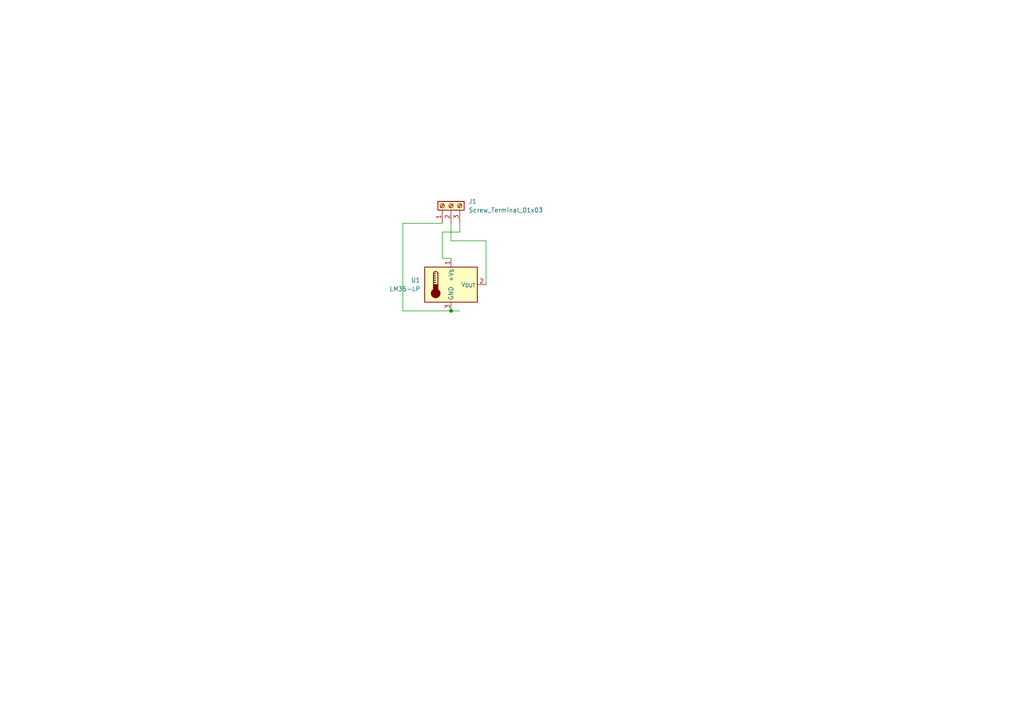
<source format=kicad_sch>
(kicad_sch (version 20230121) (generator eeschema)
  (paper "A4")
  (lib_symbols
    (symbol "Connector:Screw_Terminal_01x03" (pin_names (offset 1.016) hide)
      (property "Reference" "J" (at 0 5.08 0))
      (property "Value" "Screw_Terminal_01x03" (at 0 -5.08 0))
      (symbol "Screw_Terminal_01x03_1_1"
        (rectangle (start -1.27 3.81) (end 1.27 -3.81) (stroke (width 0.254)) (fill (type background)))
        (circle (center 0 -2.54) (radius 0.635) (stroke (width 0.1524)))
        (polyline (pts (xy -0.5334 -2.2098) (xy 0.3302 -3.048)) (stroke (width 0.1524)))
        (polyline (pts (xy -0.5334 0.3302) (xy 0.3302 -0.508)) (stroke (width 0.1524)))
        (polyline (pts (xy -0.5334 2.8702) (xy 0.3302 2.032)) (stroke (width 0.1524)))
        (polyline (pts (xy -0.3556 -2.032) (xy 0.508 -2.8702)) (stroke (width 0.1524)))
        (polyline (pts (xy -0.3556 0.508) (xy 0.508 -0.3302)) (stroke (width 0.1524)))
        (polyline (pts (xy -0.3556 3.048) (xy 0.508 2.2098)) (stroke (width 0.1524)))
        (circle (center 0 0) (radius 0.635) (stroke (width 0.1524)))
        (circle (center 0 2.54) (radius 0.635) (stroke (width 0.1524)))
        (pin passive line (at -5.08 2.54 0) (length 3.81) (name "Pin_1") (number "1"))
        (pin passive line (at -5.08 0 0) (length 3.81) (name "Pin_2") (number "2"))
        (pin passive line (at -5.08 -2.54 0) (length 3.81) (name "Pin_3") (number "3"))
      )
    )
    (symbol "Sensor_Temperature:LM35-LP"
      (property "Reference" "U" (at -6.35 6.35 0))
      (property "Value" "LM35-LP" (at 1.27 6.35 0))
      (symbol "LM35-LP_0_1"
        (rectangle (start -7.62 5.08) (end 7.62 -5.08) (stroke (width 0.254)) (fill (type background)))
        (circle (center -4.445 -2.54) (radius 1.27) (stroke (width 0.254)) (fill (type outline)))
        (rectangle (start -3.81 -1.905) (end -5.08 0) (stroke (width 0.254)) (fill (type outline)))
        (arc (start -3.81 3.175) (mid -4.445 3.8073) (end -5.08 3.175) (stroke (width 0.254)))
        (polyline (pts (xy -5.08 0.635) (xy -4.445 0.635)) (stroke (width 0.254)))
        (polyline (pts (xy -5.08 1.27) (xy -4.445 1.27)) (stroke (width 0.254)))
        (polyline (pts (xy -5.08 1.905) (xy -4.445 1.905)) (stroke (width 0.254)))
        (polyline (pts (xy -5.08 2.54) (xy -4.445 2.54)) (stroke (width 0.254)))
        (polyline (pts (xy -5.08 3.175) (xy -5.08 0)) (stroke (width 0.254)))
        (polyline (pts (xy -5.08 3.175) (xy -4.445 3.175)) (stroke (width 0.254)))
        (polyline (pts (xy -3.81 3.175) (xy -3.81 0)) (stroke (width 0.254)))
      )
      (symbol "LM35-LP_1_1"
        (pin power_in line (at 0 7.62 270) (length 2.54) (name "+V_{S}") (number "1"))
        (pin output line (at 10.16 0 180) (length 2.54) (name "V_{OUT}") (number "2"))
        (pin power_in line (at 0 -7.62 90) (length 2.54) (name "GND") (number "3"))
      )
    )
  )
  (junction (at 130.81 90.17))
  (wire (pts (xy 128.27 74.93) (xy 130.81 74.93)))
  (wire (pts (xy 133.35 67.31) (xy 133.35 64.77)))
  (wire (pts (xy 116.84 90.17) (xy 130.81 90.17)))
  (wire (pts (xy 130.81 69.85) (xy 130.81 64.77)))
  (wire (pts (xy 140.97 82.55) (xy 140.97 69.85)))
  (wire (pts (xy 128.27 67.31) (xy 133.35 67.31)))
  (wire (pts (xy 128.27 74.93) (xy 128.27 67.31)))
  (wire (pts (xy 116.84 64.77) (xy 116.84 90.17)))
  (wire (pts (xy 140.97 69.85) (xy 130.81 69.85)))
  (wire (pts (xy 128.27 64.77) (xy 116.84 64.77)))
  (wire (pts (xy 130.81 90.17) (xy 133.35 90.17)))
  (symbol (lib_id "Sensor_Temperature:LM35-LP") (at 130.81 82.55 0) (unit 1)
    (property "Reference" "U1" (at 121.92 81.28 0) (effects (justify right)))
    (property "Value" "LM35-LP" (at 121.92 83.82 0) (effects (justify right)))
    (property "Footprint" "Package_TO_SOT_THT:TO-92_Inline" (effects hide))
    (property "Datasheet" "http://www.ti.com/lit/ds/symlink/lm35.pdf" (effects hide))
  )
  (symbol (lib_id "Connector:Screw_Terminal_01x03") (at 130.81 59.69 90) (unit 1)
    (property "Reference" "J1" (at 135.89 58.42 90) (effects (justify right)))
    (property "Value" "Screw_Terminal_01x03" (at 135.89 60.96 90) (effects (justify right)))
    (property "Footprint" "TerminalBlock:TerminalBlock_Altech_AK300-3_P5.00mm" (effects hide))
  )
)
</source>
